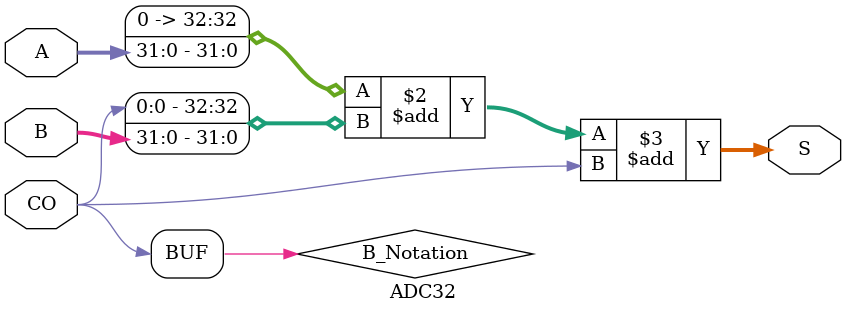
<source format=v>
`timescale 1ns / 1ps


module ADC32(
    input [31:0] A, 
    input [31:0] B, 
    input CO, 
    output [32:0] S
    );
    wire B_Notation = CO ^ 1'b0;
    assign S = {1'b0,A} + {B_Notation,B} + CO;

endmodule
</source>
